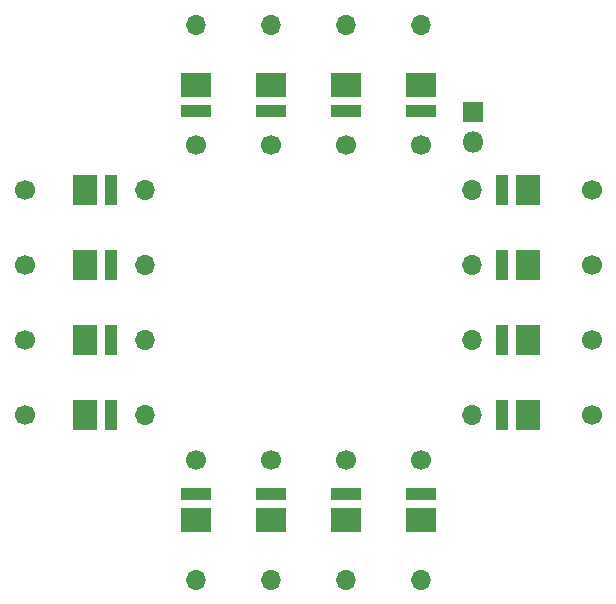
<source format=gbr>
%TF.GenerationSoftware,KiCad,Pcbnew,(5.1.6)-1*%
%TF.CreationDate,2020-10-16T05:05:44-04:00*%
%TF.ProjectId,KiCAD PCB,4b694341-4420-4504-9342-2e6b69636164,rev?*%
%TF.SameCoordinates,Original*%
%TF.FileFunction,Soldermask,Top*%
%TF.FilePolarity,Negative*%
%FSLAX46Y46*%
G04 Gerber Fmt 4.6, Leading zero omitted, Abs format (unit mm)*
G04 Created by KiCad (PCBNEW (5.1.6)-1) date 2020-10-16 05:05:44*
%MOMM*%
%LPD*%
G01*
G04 APERTURE LIST*
%ADD10O,1.700000X1.700000*%
%ADD11C,1.700000*%
%ADD12R,1.130000X2.500000*%
%ADD13R,2.080000X2.500000*%
%ADD14R,2.500000X1.130000*%
%ADD15R,2.500000X2.080000*%
%ADD16O,1.800000X1.800000*%
%ADD17R,1.800000X1.800000*%
G04 APERTURE END LIST*
D10*
%TO.C,R16*%
X131953000Y-96520000D03*
D11*
X142113000Y-96520000D03*
%TD*%
D10*
%TO.C,R15*%
X131953000Y-90170000D03*
D11*
X142113000Y-90170000D03*
%TD*%
D10*
%TO.C,R14*%
X131953000Y-83820000D03*
D11*
X142113000Y-83820000D03*
%TD*%
D10*
%TO.C,R13*%
X131953000Y-77470000D03*
D11*
X142113000Y-77470000D03*
%TD*%
D10*
%TO.C,R12*%
X127635000Y-110490000D03*
D11*
X127635000Y-100330000D03*
%TD*%
D10*
%TO.C,R11*%
X127635000Y-63500000D03*
D11*
X127635000Y-73660000D03*
%TD*%
D10*
%TO.C,R10*%
X121285000Y-110490000D03*
D11*
X121285000Y-100330000D03*
%TD*%
D10*
%TO.C,R9*%
X121285000Y-63500000D03*
D11*
X121285000Y-73660000D03*
%TD*%
D10*
%TO.C,R8*%
X114935000Y-110490000D03*
D11*
X114935000Y-100330000D03*
%TD*%
D10*
%TO.C,R7*%
X114935000Y-63500000D03*
D11*
X114935000Y-73660000D03*
%TD*%
D10*
%TO.C,R6*%
X108585000Y-110490000D03*
D11*
X108585000Y-100330000D03*
%TD*%
D10*
%TO.C,R5*%
X108585000Y-63500000D03*
D11*
X108585000Y-73660000D03*
%TD*%
D10*
%TO.C,R4*%
X104267000Y-96520000D03*
D11*
X94107000Y-96520000D03*
%TD*%
D10*
%TO.C,R3*%
X104267000Y-90170000D03*
D11*
X94107000Y-90170000D03*
%TD*%
D10*
%TO.C,R2*%
X104267000Y-83820000D03*
D11*
X94107000Y-83820000D03*
%TD*%
D10*
%TO.C,R1*%
X104267000Y-77470000D03*
D11*
X94107000Y-77470000D03*
%TD*%
D12*
%TO.C,D16*%
X134493000Y-96520000D03*
D13*
X136698000Y-96520000D03*
%TD*%
D12*
%TO.C,D15*%
X134493000Y-90170000D03*
D13*
X136698000Y-90170000D03*
%TD*%
D12*
%TO.C,D14*%
X134493000Y-83820000D03*
D13*
X136698000Y-83820000D03*
%TD*%
D12*
%TO.C,D13*%
X134493000Y-77470000D03*
D13*
X136698000Y-77470000D03*
%TD*%
D14*
%TO.C,D12*%
X127635000Y-103205000D03*
D15*
X127635000Y-105410000D03*
%TD*%
D14*
%TO.C,D11*%
X127635000Y-70785000D03*
D15*
X127635000Y-68580000D03*
%TD*%
D14*
%TO.C,D10*%
X121285000Y-103205000D03*
D15*
X121285000Y-105410000D03*
%TD*%
D14*
%TO.C,D9*%
X121285000Y-70785000D03*
D15*
X121285000Y-68580000D03*
%TD*%
D14*
%TO.C,D8*%
X114935000Y-103205000D03*
D15*
X114935000Y-105410000D03*
%TD*%
D14*
%TO.C,D7*%
X114935000Y-70785000D03*
D15*
X114935000Y-68580000D03*
%TD*%
D14*
%TO.C,D6*%
X108585000Y-103205000D03*
D15*
X108585000Y-105410000D03*
%TD*%
D14*
%TO.C,D5*%
X108585000Y-70785000D03*
D15*
X108585000Y-68580000D03*
%TD*%
D12*
%TO.C,D4*%
X101392000Y-96520000D03*
D13*
X99187000Y-96520000D03*
%TD*%
D12*
%TO.C,D3*%
X101392000Y-90170000D03*
D13*
X99187000Y-90170000D03*
%TD*%
D12*
%TO.C,D2*%
X101392000Y-83820000D03*
D13*
X99187000Y-83820000D03*
%TD*%
D12*
%TO.C,D1*%
X101392000Y-77470000D03*
D13*
X99187000Y-77470000D03*
%TD*%
D16*
%TO.C,BT1*%
X132080000Y-73406000D03*
D17*
X132080000Y-70866000D03*
%TD*%
M02*

</source>
